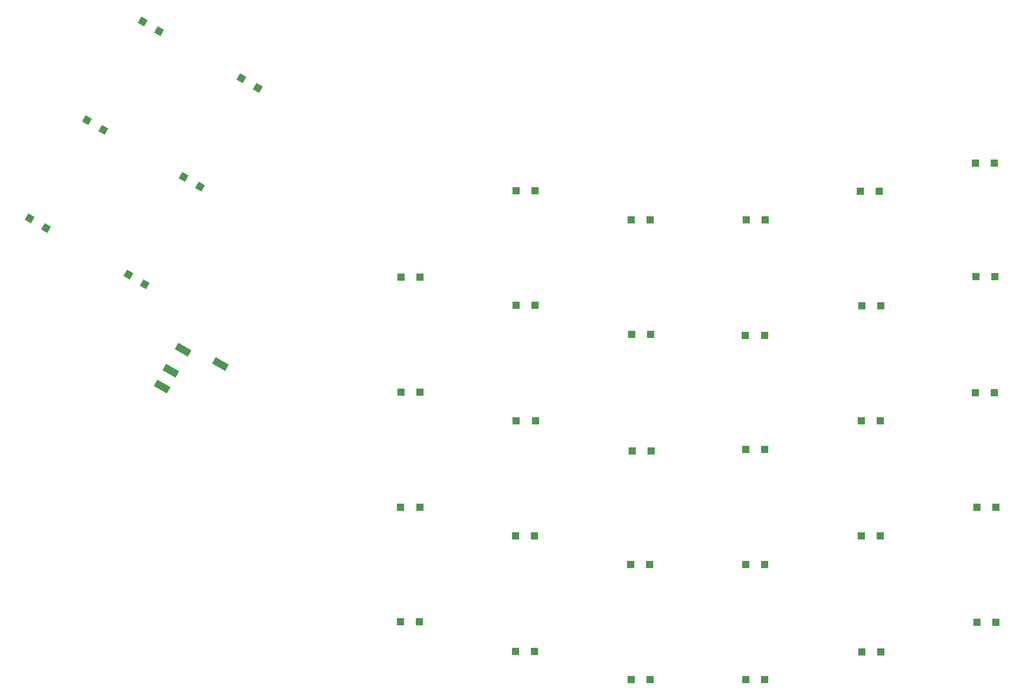
<source format=gtp>
%TF.GenerationSoftware,KiCad,Pcbnew,7.0.1*%
%TF.CreationDate,2023-09-24T18:49:58+08:00*%
%TF.ProjectId,split70kb,73706c69-7437-4306-9b62-2e6b69636164,rev?*%
%TF.SameCoordinates,Original*%
%TF.FileFunction,Paste,Top*%
%TF.FilePolarity,Positive*%
%FSLAX46Y46*%
G04 Gerber Fmt 4.6, Leading zero omitted, Abs format (unit mm)*
G04 Created by KiCad (PCBNEW 7.0.1) date 2023-09-24 18:49:58*
%MOMM*%
%LPD*%
G01*
G04 APERTURE LIST*
G04 Aperture macros list*
%AMRotRect*
0 Rectangle, with rotation*
0 The origin of the aperture is its center*
0 $1 length*
0 $2 width*
0 $3 Rotation angle, in degrees counterclockwise*
0 Add horizontal line*
21,1,$1,$2,0,0,$3*%
G04 Aperture macros list end*
%ADD10R,1.200000X1.200000*%
%ADD11RotRect,1.200000X1.200000X150.000000*%
%ADD12RotRect,1.200000X2.500000X60.000000*%
G04 APERTURE END LIST*
D10*
%TO.C,D50*%
X302620500Y-66588800D03*
X299470500Y-66588800D03*
%TD*%
%TO.C,D51*%
X283578400Y-142693500D03*
X280428400Y-142693500D03*
%TD*%
D11*
%TO.C,D66*%
X209101590Y-61072500D03*
X206373610Y-59497500D03*
%TD*%
D10*
%TO.C,D40*%
X340543400Y-57176400D03*
X337393400Y-57176400D03*
%TD*%
%TO.C,D56*%
X264463200Y-138079400D03*
X261313200Y-138079400D03*
%TD*%
%TO.C,D53*%
X283769000Y-104891600D03*
X280619000Y-104891600D03*
%TD*%
%TO.C,D60*%
X264555100Y-61741700D03*
X261405100Y-61741700D03*
%TD*%
%TO.C,D48*%
X302547000Y-142748000D03*
X299397000Y-142748000D03*
%TD*%
D11*
%TO.C,D69*%
X193059490Y-51671400D03*
X190331510Y-50096400D03*
%TD*%
D10*
%TO.C,D55*%
X283549500Y-66594300D03*
X280399500Y-66594300D03*
%TD*%
%TO.C,D45*%
X321486700Y-61908000D03*
X318336700Y-61908000D03*
%TD*%
%TO.C,D42*%
X321647300Y-118957400D03*
X318497300Y-118957400D03*
%TD*%
D11*
%TO.C,D68*%
X183570190Y-67925000D03*
X180842210Y-66350000D03*
%TD*%
D10*
%TO.C,D39*%
X340655500Y-75994000D03*
X337505500Y-75994000D03*
%TD*%
D11*
%TO.C,D70*%
X202291090Y-35337600D03*
X199563110Y-33762600D03*
%TD*%
D10*
%TO.C,D37*%
X340784300Y-114179400D03*
X337634300Y-114179400D03*
%TD*%
%TO.C,D58*%
X264578400Y-99848300D03*
X261428400Y-99848300D03*
%TD*%
%TO.C,D52*%
X283515000Y-123698000D03*
X280365000Y-123698000D03*
%TD*%
%TO.C,D36*%
X340816300Y-133254900D03*
X337666300Y-133254900D03*
%TD*%
%TO.C,D41*%
X321757600Y-138123600D03*
X318607600Y-138123600D03*
%TD*%
%TO.C,D49*%
X302492600Y-85755200D03*
X299342600Y-85755200D03*
%TD*%
%TO.C,D59*%
X264554400Y-80720000D03*
X261404400Y-80720000D03*
%TD*%
%TO.C,D61*%
X245367600Y-133197100D03*
X242217600Y-133197100D03*
%TD*%
%TO.C,D47*%
X302567700Y-123653400D03*
X299417700Y-123653400D03*
%TD*%
%TO.C,D64*%
X245474600Y-76072600D03*
X242324600Y-76072600D03*
%TD*%
D11*
%TO.C,D67*%
X199910290Y-77271900D03*
X197182310Y-75696900D03*
%TD*%
%TO.C,D65*%
X218627590Y-44759000D03*
X215899610Y-43184000D03*
%TD*%
D10*
%TO.C,D57*%
X264439200Y-118902700D03*
X261289200Y-118902700D03*
%TD*%
D12*
%TO.C,J1*%
X204264917Y-91608754D03*
X202764917Y-94206831D03*
X212444083Y-90442025D03*
X206264917Y-88144653D03*
%TD*%
D10*
%TO.C,D63*%
X245444800Y-95157200D03*
X242294800Y-95157200D03*
%TD*%
%TO.C,D54*%
X283644700Y-85612900D03*
X280494700Y-85612900D03*
%TD*%
%TO.C,D43*%
X321654400Y-99909800D03*
X318504400Y-99909800D03*
%TD*%
%TO.C,D38*%
X340559200Y-95198000D03*
X337409200Y-95198000D03*
%TD*%
%TO.C,D44*%
X321732000Y-80866100D03*
X318582000Y-80866100D03*
%TD*%
%TO.C,D46*%
X302560400Y-104657300D03*
X299410400Y-104657300D03*
%TD*%
%TO.C,D62*%
X245429900Y-114228200D03*
X242279900Y-114228200D03*
%TD*%
M02*

</source>
